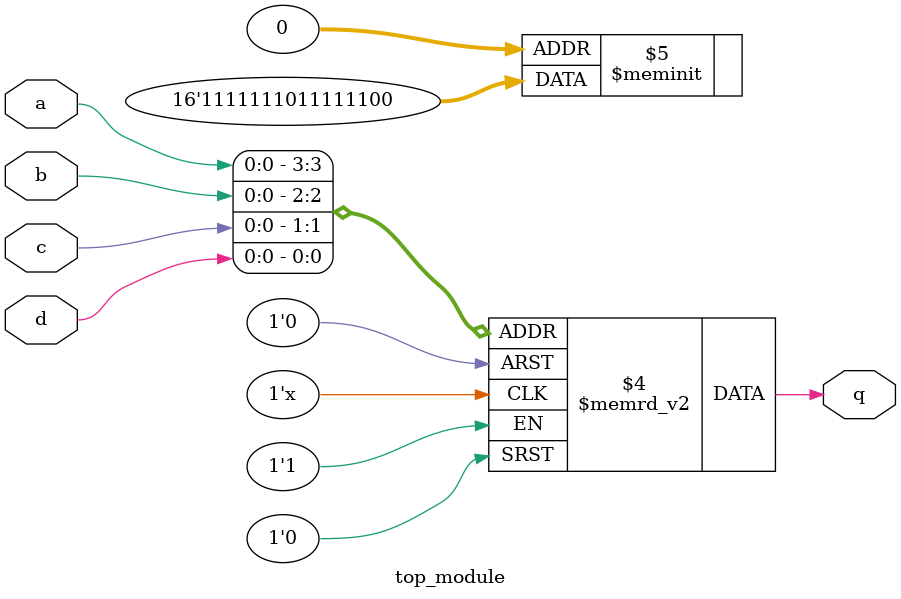
<source format=sv>
module top_module (
   input logic a, 
   input logic b, 
   input logic c, 
   input logic d,
   output logic q
);

   always_comb begin
      case ({a, b, c, d})
         4'b0000: q = 1'b0;
         4'b0001: q = 1'b0;
         4'b0010: q = 1'b1;
         4'b0011: q = 1'b1;
         4'b0100: q = 1'b1;
         4'b0101: q = 1'b1;
         4'b0110: q = 1'b1;
         4'b0111: q = 1'b1;
         4'b1000: q = 1'b0;
         4'b1001: q = 1'b1;
         4'b1010: q = 1'b1;
         4'b1011: q = 1'b1;
         4'b1100: q = 1'b1;
         4'b1101: q = 1'b1;
         4'b1110: q = 1'b1;
         4'b1111: q = 1'b1;
         default: q = 1'b0; // Added default case to handle all other input combinations
      endcase
   end

endmodule

</source>
